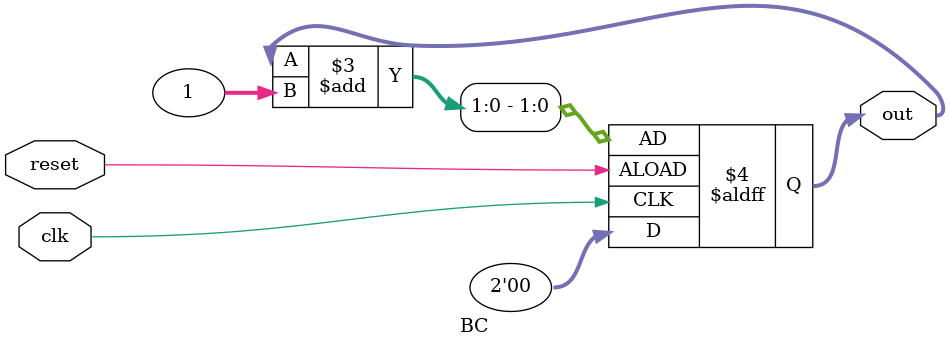
<source format=v>
`timescale 1ns / 1ps

module BC (
    input clk, reset, 
    output reg [2:1] out
 );

always @(posedge clk or posedge reset) 
begin 
    if (!reset)
        begin
            out <= 2'b00;
        end
    else 
        out <= out + 1;
end

endmodule

</source>
